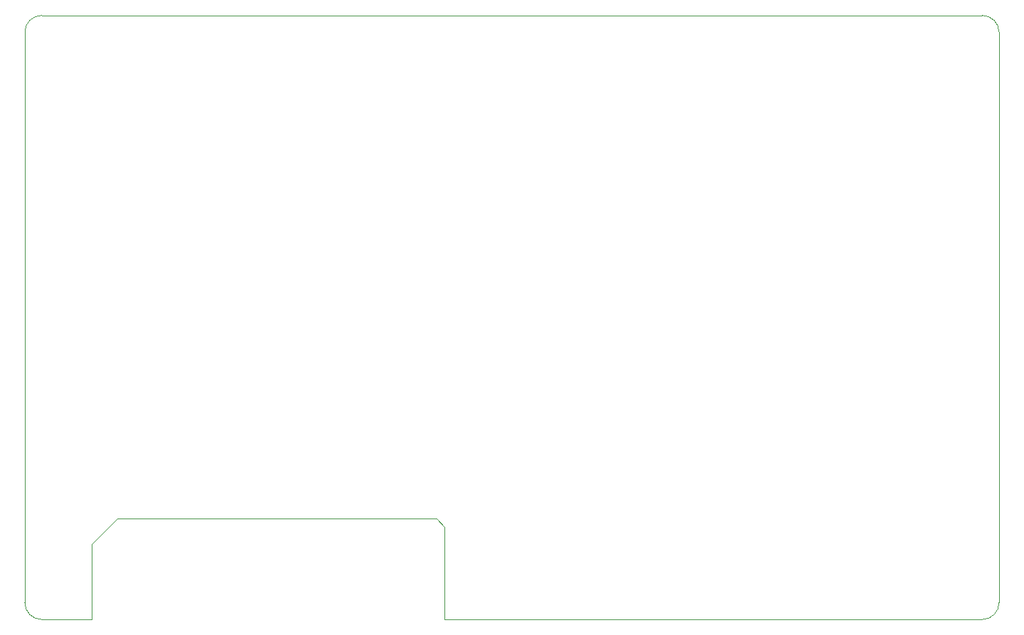
<source format=gm1>
G04 #@! TF.GenerationSoftware,KiCad,Pcbnew,6.0.7-f9a2dced07~116~ubuntu20.04.1*
G04 #@! TF.CreationDate,2022-10-13T22:07:35-06:00*
G04 #@! TF.ProjectId,kelvin-kontroller,6b656c76-696e-42d6-9b6f-6e74726f6c6c,rev?*
G04 #@! TF.SameCoordinates,Original*
G04 #@! TF.FileFunction,Profile,NP*
%FSLAX46Y46*%
G04 Gerber Fmt 4.6, Leading zero omitted, Abs format (unit mm)*
G04 Created by KiCad (PCBNEW 6.0.7-f9a2dced07~116~ubuntu20.04.1) date 2022-10-13 22:07:35*
%MOMM*%
%LPD*%
G01*
G04 APERTURE LIST*
G04 #@! TA.AperFunction,Profile*
%ADD10C,0.100000*%
G04 #@! TD*
G04 APERTURE END LIST*
D10*
X150000000Y-172000000D02*
X214000000Y-172000000D01*
X111000000Y-160000000D02*
X108000000Y-163000000D01*
X216000000Y-170000000D02*
X216000000Y-102000000D01*
X149000000Y-160000000D02*
X111000000Y-160000000D01*
X100000000Y-102000000D02*
X100000000Y-170000000D01*
X100000000Y-170000000D02*
G75*
G03*
X102000000Y-172000000I2000000J0D01*
G01*
X150000000Y-161000000D02*
X149000000Y-160000000D01*
X108000000Y-172000000D02*
X102000000Y-172000000D01*
X150000000Y-172000000D02*
X150000000Y-161000000D01*
X102000000Y-100000000D02*
G75*
G03*
X100000000Y-102000000I0J-2000000D01*
G01*
X214000000Y-100000000D02*
X102000000Y-100000000D01*
X214000000Y-172000000D02*
G75*
G03*
X216000000Y-170000000I0J2000000D01*
G01*
X216000000Y-102000000D02*
G75*
G03*
X214000000Y-100000000I-2000000J0D01*
G01*
X108000000Y-163000000D02*
X108000000Y-172000000D01*
M02*

</source>
